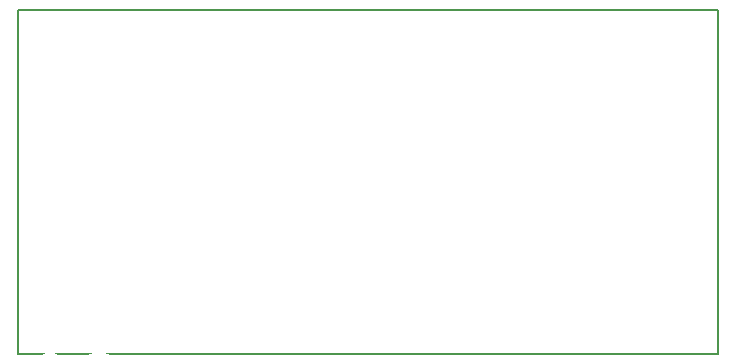
<source format=gbo>
%TF.GenerationSoftware,KiCad,Pcbnew,6.0.6*%
%TF.CreationDate,2022-08-19T01:01:07+00:00*%
%TF.ProjectId,minico2,6d696e69-636f-4322-9e6b-696361645f70,rev?*%
%TF.SameCoordinates,Original*%
%TF.FileFunction,Legend,Bot*%
%TF.FilePolarity,Positive*%
%FSLAX46Y46*%
G04 Gerber Fmt 4.6, Leading zero omitted, Abs format (unit mm)*
G04 Created by KiCad (PCBNEW 6.0.6) date 2022-08-19 01:01:07*
%MOMM*%
%LPD*%
G01*
G04 APERTURE LIST*
%ADD10C,0.150000*%
%ADD11C,2.700000*%
%ADD12C,0.650000*%
%ADD13O,1.600000X1.000000*%
%ADD14O,2.100000X1.000000*%
%ADD15C,1.524000*%
G04 APERTURE END LIST*
D10*
X125200000Y-82000000D02*
X184400000Y-82000000D01*
X184400000Y-82000000D02*
X184400000Y-111200000D01*
X184400000Y-111200000D02*
X125200000Y-111200000D01*
X125200000Y-111200000D02*
X125200000Y-82000000D01*
%LPC*%
D11*
%TO.C,H2*%
X181000000Y-79000000D03*
%TD*%
%TO.C,H4*%
X181000000Y-131000000D03*
%TD*%
D12*
%TO.C,J1*%
X131490000Y-118790000D03*
X131490000Y-113010000D03*
D13*
X127840000Y-111580000D03*
D14*
X132020000Y-111580000D03*
X132020000Y-120220000D03*
D13*
X127840000Y-120220000D03*
%TD*%
D15*
%TO.C,U5*%
X143300000Y-133100000D03*
X145840000Y-133100000D03*
X148380000Y-133100000D03*
X150920000Y-133100000D03*
X153460000Y-133100000D03*
X156000000Y-133100000D03*
X158540000Y-133100000D03*
%TD*%
D11*
%TO.C,H1*%
X129000000Y-79000000D03*
%TD*%
%TO.C,H3*%
X129000000Y-131000000D03*
%TD*%
M02*

</source>
